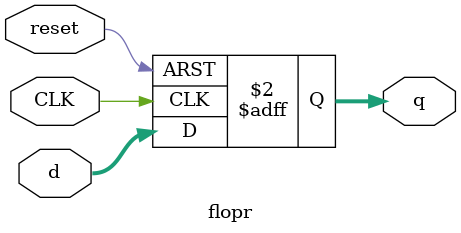
<source format=sv>
/*
 * Written by: Brandon Kampsen & Luke Johnson
 * Date Written: 11-19-2025
 *
 * File Description:
 *      This module is a parameterized D flip-flop with an asynchronous reset.
 *      We use it all over the pipeline whenever we need a small register to
 *      hold values between stages. When reset is high, q is forced to zero.
 *      Otherwise, q updates on the rising edge of CLK just like a normal DFF.
 *
 * cite:
 *      Based on the flip-flop example from Hennessy & Harris,
 *      HDL Example 7.9 (pg. 422).
 */

module flopr #(parameter WIDTH = 8) 
(

    // Flip-flop control signals
    input  logic               CLK,         // rising-edge clock
    input  logic               reset,       // async reset (clears q)

    // Data input
    input  logic [WIDTH-1:0]   d,           // value to latch

    // Data output
    output logic [WIDTH-1:0]   q            // stored output
);

    // Standard async-reset D flip-flop behavior
    always_ff @(posedge CLK, posedge reset) begin
        if (reset)
            q <= '0;          // clear register when reset is active
        else
            q <= d;           // latch input value otherwise
    end

endmodule

</source>
